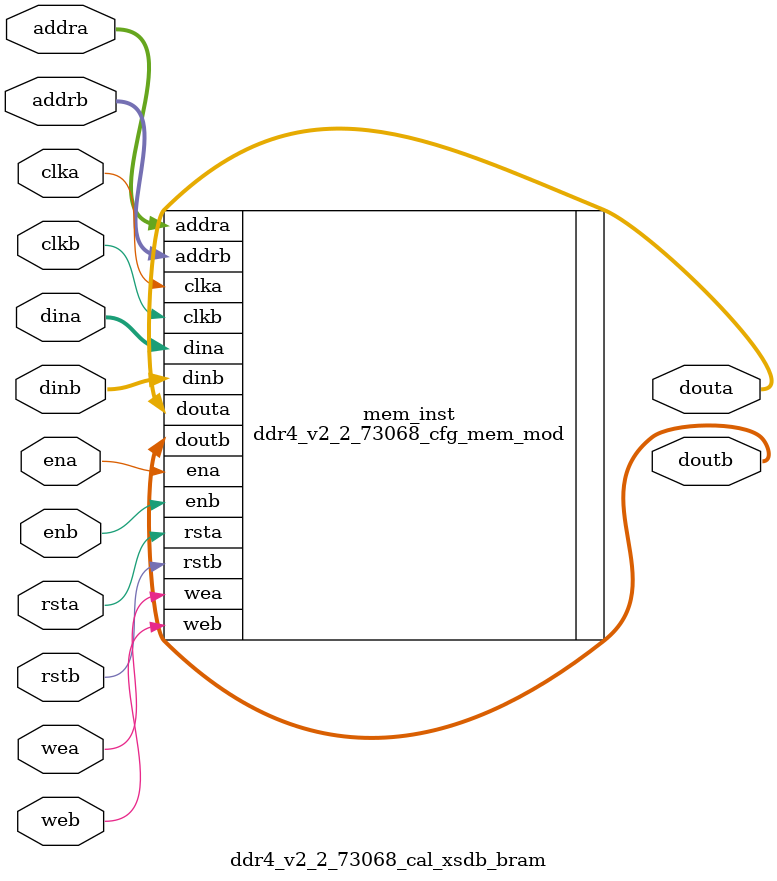
<source format=sv>
/******************************************************************************
// (c) Copyright 2013 - 2014 Xilinx, Inc. All rights reserved.
//
// This file contains confidential and proprietary information
// of Xilinx, Inc. and is protected under U.S. and
// international copyright and other intellectual property
// laws.
//
// DISCLAIMER
// This disclaimer is not a license and does not grant any
// rights to the materials distributed herewith. Except as
// otherwise provided in a valid license issued to you by
// Xilinx, and to the maximum extent permitted by applicable
// law: (1) THESE MATERIALS ARE MADE AVAILABLE "AS IS" AND
// WITH ALL FAULTS, AND XILINX HEREBY DISCLAIMS ALL WARRANTIES
// AND CONDITIONS, EXPRESS, IMPLIED, OR STATUTORY, INCLUDING
// BUT NOT LIMITED TO WARRANTIES OF MERCHANTABILITY, NON-
// INFRINGEMENT, OR FITNESS FOR ANY PARTICULAR PURPOSE; and
// (2) Xilinx shall not be liable (whether in contract or tort,
// including negligence, or under any other theory of
// liability) for any loss or damage of any kind or nature
// related to, arising under or in connection with these
// materials, including for any direct, or any indirect,
// special, incidental, or consequential loss or damage
// (including loss of data, profits, goodwill, or any type of
// loss or damage suffered as a result of any action brought
// by a third party) even if such damage or loss was
// reasonably foreseeable or Xilinx had been advised of the
// possibility of the same.
//
// CRITICAL APPLICATIONS
// Xilinx products are not designed or intended to be fail-
// safe, or for use in any application requiring fail-safe
// performance, such as life-support or safety devices or
// systems, Class III medical devices, nuclear facilities,
// applications related to the deployment of airbags, or any
// other applications that could lead to death, personal
// injury, or severe property or environmental damage
// (individually and collectively, "Critical
// Applications"). Customer assumes the sole risk and
// liability of any use of Xilinx products in Critical
// Applications, subject only to applicable laws and
// regulations governing limitations on product liability.
//
// THIS COPYRIGHT NOTICE AND DISCLAIMER MUST BE RETAINED AS
// PART OF THIS FILE AT ALL TIMES.
******************************************************************************/
//   ____  ____
//  /   /\/   /
// /___/  \  /    Vendor             : Xilinx
// \   \   \/     Version            : 2.0
//  \   \         Application        : MIG
//  /   /         Filename           : ddr4_v2_2_73068_cal_xsdb_bram.sv
// /___/   /\     Date Last Modified : $Date: 2015/04/23 $
// \   \  /  \    Date Created       : Tue May 13 2014
//  \___\/\___\
//
// Device           : UltraScale
// Design Name      : DDR4 SDRAM & DDR3 SDRAM
// Purpose          :
//                   ddr4_v2_2_73068_cal_xsdb_bram module
// Reference        :
// Revision History :
//*****************************************************************************
`timescale 1ns / 1ps

(* bram_map="yes" *)

module ddr4_v2_2_73068_cal_xsdb_bram
    #(	
    
		parameter       	  MEM                        	  =  "DDR4"
		,parameter       	  DBYTES                     	  =  8 //4
		,parameter            START_ADDRESS                   =  18
		,parameter  		  SPREAD_SHEET_VERSION            =  2
		,parameter            RTL_VERSION                     =  0
		,parameter            MEM_CODE                        =  0
		,parameter  		  MEMORY_TYPE                     =  (MEM == "DDR4") ? 2 : 1
		,parameter            MEMORY_CONFIGURATION            =  1
		,parameter            MEMORY_VOLTAGE                  =  1
        ,parameter            CLKFBOUT_MULT_PLL               =  4
        ,parameter            DIVCLK_DIVIDE_PLL               =  1
        ,parameter            CLKOUT0_DIVIDE_PLL              =  1
        ,parameter            CLKFBOUT_MULT_MMCM              =  4
        ,parameter            DIVCLK_DIVIDE_MMCM              =  1
        ,parameter            CLKOUT0_DIVIDE_MMCM             =  4
		,parameter  		  DQBITS	                      =  64
		,parameter			  NIBBLE                          =  DQBITS/4
		,parameter  		  BITS_PER_BYTE                   =  8 //DQBITS/DBYTES
		,parameter  		  SLOTS                   =  1
		,parameter  		  ABITS                           =  10
		,parameter  		  BABITS                          =  2
		,parameter       	  BGBITS              	          =  2
		,parameter       	  CKEBITS                  		  =  4
		,parameter       	  CSBITS             	          =  4
		,parameter       	  ODTBITS                    	  =  4
		,parameter       	  DRAM_WIDTH                 	  =  8      // # of DQ per DQS
		,parameter       	  RANKS                      	  =  4 // 1      //1, 2, 3, or 4
		,parameter            S_HEIGHT                        =  1
		,parameter       	  nCK_PER_CLK                	  =  1      // # of memory CKs per fabric CLK
        ,parameter            tCK                             =  2000		
		,parameter       	  DM_DBI_SETTING             	  =  7     //// 3bits requried all 7
		,parameter            BISC_EN                         =  0
		,parameter       	  USE_CS_PORT             	      =  1     //// 1 bit
		,parameter            EXTRA_CMD_DELAY                 =  0     //// 1 bit
		,parameter            REG_CTRL_ON                     =  0     // RDIMM register control
		,parameter            CA_MIRROR                       =  0     //// 1 bit
		,parameter       	  DQS_GATE                   	  =  7
		,parameter       	  WRLVL                      	  =  7
		,parameter       	  RDLVL                      	  =  7
		,parameter       	  RDLVL_DBI                       =  7
		,parameter       	  WR_DQS_DQ                  	  =  7
		,parameter       	  WR_DQS_DM_DBI                   =  7
		,parameter            WRITE_LAT                       =  7
		,parameter       	  RDLVL_COMPLEX                   =  3     ///2 bits required all 3
		,parameter       	  WR_DQS_COMPLEX                  =  3     ///2 bits required all 3
		,parameter       	  DQS_TRACKING               	  =  3
		,parameter       	  RD_VREF                    	  =  3
		,parameter       	  RD_VREF_PATTERN                 =  3
		,parameter       	  WR_VREF                    	  =  3
		,parameter       	  WR_VREF_PATTERN                 =  3
		,parameter       	  DQS_SAMPLE_CNT             	  =  127
		,parameter       	  WRLVL_SAMPLE_CNT           	  =  255
		,parameter       	  RDLVL_SAMPLE_CNT           	  =  127
		,parameter       	  COMPLEX_LOOP_CNT           	  =  255
		,parameter       	  IODELAY_QTR_CK_TAP_CNT     	  =  255
		,parameter       	  DEBUG_MESSAGES     	          =  0
		,parameter         	  MR0                     		  =  13'b0000000110000
		,parameter         	  MR1                     		  =  13'b0000100000001 //RTT_NOM=RZQ/4 (60 Ohm)
		,parameter         	  MR2                     		  =  13'b0000000011000
		,parameter         	  MR3                     		  =  13'b0000000000000
		,parameter         	  MR4                     		  =  13'b0000000000000
		,parameter         	  MR5                     		  =  13'b0010000000000
		,parameter         	  MR6                     		  =  13'b0100000000000
		,parameter            ODTWR                           = 16'h0000
		,parameter            ODTRD                           = 16'h0000
		,parameter            SLOT0_CONFIG                    = 0     // all 9 bits
		,parameter            SLOT1_CONFIG                    = 0     // all 9 bits
		,parameter            SLOT0_FUNC_CS                   = 0     // all 9 bits
		,parameter            SLOT1_FUNC_CS                   = 0     // all 9 bits
		,parameter            SLOT0_ODD_CS                    = 0     // all 9 bits
		,parameter            SLOT1_ODD_CS                    = 0     // all 9 bits
		,parameter            DDR4_REG_RC03                   = 0     // all 9 bits
		,parameter            DDR4_REG_RC04                   = 0     // all 9 bits
		,parameter            DDR4_REG_RC05                   = 0     // all 9 bits
		,parameter            DDR4_REG_RC3X                   = 0     // all 9 bits
		
		,parameter         	  MR0_0                   		  =  MR0[8:0]
		,parameter         	  MR0_1                   		  =  {5'b0,MR0[12:9]}
		,parameter         	  MR1_0                   		  =  MR1[8:0]
		,parameter         	  MR1_1                   		  =  {5'b0,MR1[12:9]}
		,parameter         	  MR2_0                   	 	  =  MR2[8:0]
		,parameter         	  MR2_1                   		  =  {5'b0,MR2[12:9]}
		,parameter         	  MR3_0                   		  =  MR3[8:0]
		,parameter         	  MR3_1                   		  =  {5'b0,MR3[12:9]}
		,parameter         	  MR4_0                   		  =  MR4[8:0]
		,parameter         	  MR4_1                   		  =  {5'b0,MR4[12:9]}
		,parameter         	  MR5_0                   		  =  MR5[8:0]
		,parameter         	  MR5_1                   		  =  {5'b0,MR5[12:9]}
		,parameter         	  MR6_0                   		  =  MR6[8:0]
		,parameter         	  MR6_1                   		  =  {5'b0,MR6[12:9]}
  
       ,parameter NUM_BRAMS    = 1
	   ,parameter SIZE         = 36 * 1024 * NUM_BRAMS
    // Specify INITs as 9 bit blocks (256 locations per blockRAM)
       ,parameter ADDR_WIDTH   = 16
	   ,parameter DATA_WIDTH   = 9
       ,parameter PIPELINE_REG = 1 
    )
  (
	
		clka,
		clkb,
		ena,
		enb,
		addra,
		addrb,
		dina,
		dinb,
		douta,
		doutb,
		wea,
		web,
		rsta,
		rstb
);
input clka;
input clkb;
input ena;
input enb;
input [ADDR_WIDTH-1:0]addra;
input [ADDR_WIDTH-1:0]addrb;
input [DATA_WIDTH-1:0]dina;
input [DATA_WIDTH-1:0]dinb;
input wea;
input web;
input rsta;
input rstb;
output reg [DATA_WIDTH-1:0]douta;
output reg [DATA_WIDTH-1:0]doutb;


// Initial values to the BlockRam 0
localparam [8:0] mem0_init_0 = {4'b0,START_ADDRESS[4:0]};
localparam [8:0] mem0_init_1 = 9'b0;
localparam [8:0] mem0_init_2 = 9'b0;
localparam [8:0] mem0_init_3 = {5'b0,SPREAD_SHEET_VERSION[3:0]};
localparam [8:0] mem0_init_4 = {6'b0,MEMORY_TYPE[2:0]};
localparam [8:0] mem0_init_5 = {7'b0,RANKS[1:0]};
localparam [8:0] mem0_init_6 = DBYTES[8:0]; // MAN - repeats DBYTES parameter (may hardwire to BYTES for initial SW compatability)
localparam [8:0] mem0_init_7 = NIBBLE[8:0];
localparam [8:0] mem0_init_8 = BITS_PER_BYTE[8:0];
localparam [8:0] mem0_init_9 = 9'b1;
localparam [8:0] mem0_init_10 = 9'b1;
localparam [8:0] mem0_init_11 = 9'b1;
localparam [8:0] mem0_init_12 = SLOTS;
localparam [8:0] mem0_init_13 = 9'b0;
localparam [8:0] mem0_init_14 = 9'b0;
localparam [8:0] mem0_init_15 = 9'b0;
localparam [8:0] mem0_init_16 = 9'b0;
localparam [8:0] mem0_init_17 = 9'b0;
localparam [8:0] mem0_init_18 = RTL_VERSION[8:0];
localparam [8:0] mem0_init_19 = 9'b0;
localparam [8:0] mem0_init_20 = NUM_BRAMS[8:0];
localparam [8:0] mem0_init_21 = {BGBITS[1:0],BABITS[1:0],ABITS[4:0]};
localparam [8:0] mem0_init_22 = {ODTBITS[2:0],CSBITS[2:0],CKEBITS[2:0]};
localparam [8:0] mem0_init_23 = DBYTES[8:0];
localparam [8:0] mem0_init_24 = DRAM_WIDTH[8:0];
localparam [8:0] mem0_init_25 = {CA_MIRROR[0],REG_CTRL_ON[0],EXTRA_CMD_DELAY[0],USE_CS_PORT[0],BISC_EN[0],DM_DBI_SETTING[2:0],nCK_PER_CLK[0]};
localparam [8:0] mem0_init_26 = {RDLVL[2:0],WRLVL[2:0],DQS_GATE[2:0]};
localparam [8:0] mem0_init_27 = {WR_DQS_DM_DBI[2:0],WR_DQS_DQ[2:0],RDLVL_DBI[2:0]};
localparam [8:0] mem0_init_28 = {WR_DQS_COMPLEX[2:0],RDLVL_COMPLEX[2:0],WRITE_LAT[2:0]};
localparam [8:0] mem0_init_29 = {DEBUG_MESSAGES[0],RD_VREF_PATTERN[1:0],WR_VREF_PATTERN[1:0],RD_VREF[1:0],WR_VREF[1:0]};
localparam [8:0] mem0_init_30 = {7'b0,DQS_TRACKING[1:0]};
localparam [8:0] mem0_init_31 = DQS_SAMPLE_CNT[8:0];
localparam [8:0] mem0_init_32 = WRLVL_SAMPLE_CNT[8:0];
localparam [8:0] mem0_init_33 = RDLVL_SAMPLE_CNT[8:0];
localparam [8:0] mem0_init_34 = COMPLEX_LOOP_CNT[8:0];
localparam [8:0] mem0_init_35 = IODELAY_QTR_CK_TAP_CNT[8:0];
localparam [8:0] mem0_init_36 = {5'b0,S_HEIGHT[3:0]};
localparam [8:0] mem0_init_37 = 9'b0;
localparam [8:0] mem0_init_38 = 9'b0;
localparam [8:0] mem0_init_39 = 9'b0;
localparam [8:0] mem0_init_40 = {1'b0, ODTWR[7:0]};
localparam [8:0] mem0_init_41 = {1'b0, ODTWR[15:8]};
localparam [8:0] mem0_init_42 = {1'b0, ODTRD[7:0]};
localparam [8:0] mem0_init_43 = {1'b0, ODTRD[15:8]};
localparam [8:0] mem0_init_44 = SLOT0_CONFIG;
localparam [8:0] mem0_init_45 = SLOT1_CONFIG;
localparam [8:0] mem0_init_46 = SLOT0_FUNC_CS;
localparam [8:0] mem0_init_47 = SLOT1_FUNC_CS;
localparam [8:0] mem0_init_48 = SLOT0_ODD_CS;
localparam [8:0] mem0_init_49 = SLOT1_ODD_CS;
localparam [8:0] mem0_init_50 = DDR4_REG_RC03;
localparam [8:0] mem0_init_51 = DDR4_REG_RC04;
localparam [8:0] mem0_init_52 = DDR4_REG_RC05;
localparam [8:0] mem0_init_53 = DDR4_REG_RC3X;
localparam [8:0] mem0_init_54 = MR0_0[8:0];
localparam [8:0] mem0_init_55 = MR0_1[8:0];
localparam [8:0] mem0_init_56 = MR1_0[8:0];
localparam [8:0] mem0_init_57 = MR1_1[8:0];
localparam [8:0] mem0_init_58 = MR2_0[8:0];
localparam [8:0] mem0_init_59 = MR2_1[8:0];
localparam [8:0] mem0_init_60 = MR3_0[8:0];
localparam [8:0] mem0_init_61 = MR3_1[8:0];
localparam [8:0] mem0_init_62 = MR4_0[8:0];
localparam [8:0] mem0_init_63 = MR4_1[8:0];
localparam [8:0] mem0_init_64 = MR5_0[8:0];
localparam [8:0] mem0_init_65 = MR5_1[8:0];
localparam [8:0] mem0_init_66 = MR6_0[8:0];
localparam [8:0] mem0_init_67 = MR6_1[8:0];
localparam [8:0] mem0_init_68 = 9'b0;
localparam [8:0] mem0_init_69 = tCK[8:0];
localparam [8:0] mem0_init_70 = tCK[16:9];
localparam [8:0] mem0_init_71 = MEMORY_CONFIGURATION[8:0];
localparam [8:0] mem0_init_72 = MEMORY_VOLTAGE[8:0];
localparam [8:0] mem0_init_73 = CLKFBOUT_MULT_PLL[8:0];
localparam [8:0] mem0_init_74 = DIVCLK_DIVIDE_PLL[8:0];
localparam [8:0] mem0_init_75 = CLKFBOUT_MULT_MMCM[8:0];
localparam [8:0] mem0_init_76 = DIVCLK_DIVIDE_MMCM[8:0];
localparam [8:0] mem0_init_77 = 9'b0;
localparam [8:0] mem0_init_78 = 9'b0;
localparam [8:0] mem0_init_79 = 9'b0;
localparam [8:0] mem0_init_80 = 9'b0;
localparam [8:0] mem0_init_81 = 9'b0;
localparam [8:0] mem0_init_82 = 9'b0;
localparam [8:0] mem0_init_83 = 9'b0;
localparam [8:0] mem0_init_84 = 9'b0;
localparam [8:0] mem0_init_85 = 9'b0;
localparam [8:0] mem0_init_86 = 9'b0;
localparam [8:0] mem0_init_87 = 9'b0;
localparam [8:0] mem0_init_88 = 9'b0;
localparam [8:0] mem0_init_89 = 9'b0;
localparam [8:0] mem0_init_90 = 9'b0;
localparam [8:0] mem0_init_91 = 9'b0;
localparam [8:0] mem0_init_92 = 9'b0;
localparam [8:0] mem0_init_93 = 9'b0;
localparam [8:0] mem0_init_94 = 9'b0;
localparam [8:0] mem0_init_95 = 9'b0;
localparam [8:0] mem0_init_96 = 9'b0;
localparam [8:0] mem0_init_97 = 9'b0;
localparam [8:0] mem0_init_98 = 9'b0;
localparam [8:0] mem0_init_99 = 9'b0;
localparam [8:0] mem0_init_100 = 9'b0;
localparam [8:0] mem0_init_101 = 9'b0;
localparam [8:0] mem0_init_102 = 9'b0;
localparam [8:0] mem0_init_103 = 9'b0;
localparam [8:0] mem0_init_104 = 9'b0;
localparam [8:0] mem0_init_105 = 9'b0;
localparam [8:0] mem0_init_106 = 9'b0;
localparam [8:0] mem0_init_107 = 9'b0;
localparam [8:0] mem0_init_108 = 9'b0;
localparam [8:0] mem0_init_109 = 9'b0;
localparam [8:0] mem0_init_110 = 9'b0;
localparam [8:0] mem0_init_111 = 9'b0;
localparam [8:0] mem0_init_112 = 9'b0;
localparam [8:0] mem0_init_113 = 9'b0;
localparam [8:0] mem0_init_114 = 9'b0;
localparam [8:0] mem0_init_115 = 9'b0;
localparam [8:0] mem0_init_116 = 9'b0;
localparam [8:0] mem0_init_117 = 9'b0;
localparam [8:0] mem0_init_118 = 9'b0;
localparam [8:0] mem0_init_119 = 9'b0;
localparam [8:0] mem0_init_120 = 9'b0;
localparam [8:0] mem0_init_121 = 9'b0;
localparam [8:0] mem0_init_122 = 9'b0;
localparam [8:0] mem0_init_123 = 9'b0;
localparam [8:0] mem0_init_124 = 9'b0;
localparam [8:0] mem0_init_125 = 9'b0;
localparam [8:0] mem0_init_126 = 9'b0;
localparam [8:0] mem0_init_127 = 9'b0;
localparam [8:0] mem0_init_128 = 9'b0;
localparam [8:0] mem0_init_129 = 9'b0;
localparam [8:0] mem0_init_130 = 9'b0;
localparam [8:0] mem0_init_131 = 9'b0;
localparam [8:0] mem0_init_132 = 9'b0;
localparam [8:0] mem0_init_133 = 9'b0;
localparam [8:0] mem0_init_134 = 9'b0;
localparam [8:0] mem0_init_135 = 9'b0;
localparam [8:0] mem0_init_136 = 9'b0;
localparam [8:0] mem0_init_137 = 9'b0;
localparam [8:0] mem0_init_138 = 9'b0;
localparam [8:0] mem0_init_139 = 9'b0;
localparam [8:0] mem0_init_140 = 9'b0;
localparam [8:0] mem0_init_141 = 9'b0;
localparam [8:0] mem0_init_142 = 9'b0;
localparam [8:0] mem0_init_143 = 9'b0;
localparam [8:0] mem0_init_144 = 9'b0;
localparam [8:0] mem0_init_145 = 9'b0;
localparam [8:0] mem0_init_146 = 9'b0;
localparam [8:0] mem0_init_147 = 9'b0;
localparam [8:0] mem0_init_148 = 9'b0;
localparam [8:0] mem0_init_149 = 9'b0;
localparam [8:0] mem0_init_150 = 9'b0;
localparam [8:0] mem0_init_151 = 9'b0;
localparam [8:0] mem0_init_152 = 9'b0;
localparam [8:0] mem0_init_153 = 9'b0;
localparam [8:0] mem0_init_154 = 9'b0;
localparam [8:0] mem0_init_155 = 9'b0;
localparam [8:0] mem0_init_156 = 9'b0;
localparam [8:0] mem0_init_157 = 9'b0;
localparam [8:0] mem0_init_158 = 9'b0;
localparam [8:0] mem0_init_159 = 9'b0;
localparam [8:0] mem0_init_160 = 9'b0;
localparam [8:0] mem0_init_161 = 9'b0;
localparam [8:0] mem0_init_162 = 9'b0;
localparam [8:0] mem0_init_163 = 9'b0;
localparam [8:0] mem0_init_164 = 9'b0;
localparam [8:0] mem0_init_165 = 9'b0;
localparam [8:0] mem0_init_166 = 9'b0;
localparam [8:0] mem0_init_167 = 9'b0;
localparam [8:0] mem0_init_168 = 9'b0;
localparam [8:0] mem0_init_169 = 9'b0;
localparam [8:0] mem0_init_170 = 9'b0;
localparam [8:0] mem0_init_171 = 9'b0;
localparam [8:0] mem0_init_172 = 9'b0;
localparam [8:0] mem0_init_173 = 9'b0;
localparam [8:0] mem0_init_174 = 9'b0;
localparam [8:0] mem0_init_175 = 9'b0;
localparam [8:0] mem0_init_176 = 9'b0;
localparam [8:0] mem0_init_177 = 9'b0;
localparam [8:0] mem0_init_178 = 9'b0;
localparam [8:0] mem0_init_179 = 9'b0;
localparam [8:0] mem0_init_180 = 9'b0;
localparam [8:0] mem0_init_181 = 9'b0;
localparam [8:0] mem0_init_182 = 9'b0;
localparam [8:0] mem0_init_183 = 9'b0;
localparam [8:0] mem0_init_184 = 9'b0;
localparam [8:0] mem0_init_185 = 9'b0;
localparam [8:0] mem0_init_186 = 9'b0;
localparam [8:0] mem0_init_187 = 9'b0;
localparam [8:0] mem0_init_188 = 9'b0;
localparam [8:0] mem0_init_189 = 9'b0;
localparam [8:0] mem0_init_190 = 9'b0;
localparam [8:0] mem0_init_191 = 9'b0;
localparam [8:0] mem0_init_192 = 9'b0;
localparam [8:0] mem0_init_193 = 9'b0;
localparam [8:0] mem0_init_194 = 9'b0;
localparam [8:0] mem0_init_195 = 9'b0;
localparam [8:0] mem0_init_196 = 9'b0;
localparam [8:0] mem0_init_197 = 9'b0;
localparam [8:0] mem0_init_198 = 9'b0;
localparam [8:0] mem0_init_199 = 9'b0;
localparam [8:0] mem0_init_200 = 9'b0;
localparam [8:0] mem0_init_201 = 9'b0;
localparam [8:0] mem0_init_202 = 9'b0;
localparam [8:0] mem0_init_203 = 9'b0;
localparam [8:0] mem0_init_204 = 9'b0;
localparam [8:0] mem0_init_205 = 9'b0;
localparam [8:0] mem0_init_206 = 9'b0;
localparam [8:0] mem0_init_207 = 9'b0;
localparam [8:0] mem0_init_208 = 9'b0;
localparam [8:0] mem0_init_209 = 9'b0;
localparam [8:0] mem0_init_210 = 9'b0;
localparam [8:0] mem0_init_211 = 9'b0;
localparam [8:0] mem0_init_212 = 9'b0;
localparam [8:0] mem0_init_213 = 9'b0;
localparam [8:0] mem0_init_214 = 9'b0;
localparam [8:0] mem0_init_215 = 9'b0;
localparam [8:0] mem0_init_216 = 9'b0;
localparam [8:0] mem0_init_217 = 9'b0;
localparam [8:0] mem0_init_218 = 9'b0;
localparam [8:0] mem0_init_219 = 9'b0;
localparam [8:0] mem0_init_220 = 9'b0;
localparam [8:0] mem0_init_221 = 9'b0;
localparam [8:0] mem0_init_222 = 9'b0;
localparam [8:0] mem0_init_223 = 9'b0;
localparam [8:0] mem0_init_224 = 9'b0;
localparam [8:0] mem0_init_225 = 9'b0;
localparam [8:0] mem0_init_226 = 9'b0;
localparam [8:0] mem0_init_227 = 9'b0;
localparam [8:0] mem0_init_228 = 9'b0;
localparam [8:0] mem0_init_229 = 9'b0;
localparam [8:0] mem0_init_230 = 9'b0;
localparam [8:0] mem0_init_231 = 9'b0;
localparam [8:0] mem0_init_232 = 9'b0;
localparam [8:0] mem0_init_233 = 9'b0;
localparam [8:0] mem0_init_234 = 9'b0;
localparam [8:0] mem0_init_235 = 9'b0;
localparam [8:0] mem0_init_236 = 9'b0;
localparam [8:0] mem0_init_237 = 9'b0;
localparam [8:0] mem0_init_238 = 9'b0;
localparam [8:0] mem0_init_239 = 9'b0;
localparam [8:0] mem0_init_240 = 9'b0;
localparam [8:0] mem0_init_241 = 9'b0;
localparam [8:0] mem0_init_242 = 9'b0;
localparam [8:0] mem0_init_243 = 9'b0;
localparam [8:0] mem0_init_244 = 9'b0;
localparam [8:0] mem0_init_245 = 9'b0;
localparam [8:0] mem0_init_246 = 9'b0;
localparam [8:0] mem0_init_247 = 9'b0;
localparam [8:0] mem0_init_248 = 9'b0;
localparam [8:0] mem0_init_249 = 9'b0;
localparam [8:0] mem0_init_250 = 9'b0;
localparam [8:0] mem0_init_251 = 9'b0;
localparam [8:0] mem0_init_252 = 9'b0;
localparam [8:0] mem0_init_253 = 9'b0;
localparam [8:0] mem0_init_254 = 9'b0;
localparam [8:0] mem0_init_255 = 9'b0;

localparam [256*9-1:0] INIT_BRAM0 = {mem0_init_255,mem0_init_254,mem0_init_253,mem0_init_252,mem0_init_251,mem0_init_250,mem0_init_249,mem0_init_248,mem0_init_247,mem0_init_246,mem0_init_245,mem0_init_244,mem0_init_243,mem0_init_242,mem0_init_241,mem0_init_240,mem0_init_239,mem0_init_238,mem0_init_237,mem0_init_236,mem0_init_235,mem0_init_234,mem0_init_233,mem0_init_232,mem0_init_231,mem0_init_230,mem0_init_229,mem0_init_228,mem0_init_227,mem0_init_226,mem0_init_225,mem0_init_224,mem0_init_223,mem0_init_222,mem0_init_221,mem0_init_220,mem0_init_219,mem0_init_218,mem0_init_217,mem0_init_216,mem0_init_215,mem0_init_214,mem0_init_213,mem0_init_212,mem0_init_211,mem0_init_210,mem0_init_209,mem0_init_208,mem0_init_207,mem0_init_206,mem0_init_205,mem0_init_204,mem0_init_203,mem0_init_202,mem0_init_201,mem0_init_200,mem0_init_199,mem0_init_198,mem0_init_197,mem0_init_196,mem0_init_195,mem0_init_194,mem0_init_193,mem0_init_192,mem0_init_191,mem0_init_190,mem0_init_189,mem0_init_188,mem0_init_187,mem0_init_186,mem0_init_185,mem0_init_184,mem0_init_183,mem0_init_182,mem0_init_181,mem0_init_180,mem0_init_179,mem0_init_178,mem0_init_177,mem0_init_176,mem0_init_175,mem0_init_174,mem0_init_173,mem0_init_172,mem0_init_171,mem0_init_170,mem0_init_169,mem0_init_168,mem0_init_167,mem0_init_166,mem0_init_165,mem0_init_164,mem0_init_163,mem0_init_162,mem0_init_161,mem0_init_160,mem0_init_159,mem0_init_158,mem0_init_157,mem0_init_156,mem0_init_155,mem0_init_154,mem0_init_153,mem0_init_152,mem0_init_151,mem0_init_150,mem0_init_149,mem0_init_148,mem0_init_147,mem0_init_146,mem0_init_145,mem0_init_144,mem0_init_143,mem0_init_142,mem0_init_141,mem0_init_140,mem0_init_139,mem0_init_138,mem0_init_137,mem0_init_136,mem0_init_135,mem0_init_134,mem0_init_133,mem0_init_132,mem0_init_131,mem0_init_130,mem0_init_129,mem0_init_128,mem0_init_127,mem0_init_126,mem0_init_125,mem0_init_124,mem0_init_123,mem0_init_122,mem0_init_121,mem0_init_120,mem0_init_119,mem0_init_118,mem0_init_117,mem0_init_116,mem0_init_115,mem0_init_114,mem0_init_113,mem0_init_112,mem0_init_111,mem0_init_110,mem0_init_109,mem0_init_108,mem0_init_107,mem0_init_106,mem0_init_105,mem0_init_104,mem0_init_103,mem0_init_102,mem0_init_101,mem0_init_100,mem0_init_99,mem0_init_98,mem0_init_97,mem0_init_96,mem0_init_95,mem0_init_94,mem0_init_93,mem0_init_92,mem0_init_91,mem0_init_90,mem0_init_89,mem0_init_88,mem0_init_87,mem0_init_86,mem0_init_85,mem0_init_84,mem0_init_83,mem0_init_82,mem0_init_81,mem0_init_80,mem0_init_79,mem0_init_78,mem0_init_77,mem0_init_76,mem0_init_75,mem0_init_74,mem0_init_73,mem0_init_72,mem0_init_71,mem0_init_70,mem0_init_69,mem0_init_68,mem0_init_67,mem0_init_66,mem0_init_65,mem0_init_64,mem0_init_63,mem0_init_62,mem0_init_61,mem0_init_60,mem0_init_59,mem0_init_58,mem0_init_57,mem0_init_56,mem0_init_55,mem0_init_54,mem0_init_53,mem0_init_52,mem0_init_51,mem0_init_50,mem0_init_49,mem0_init_48,mem0_init_47,mem0_init_46,mem0_init_45,mem0_init_44,mem0_init_43,mem0_init_42,mem0_init_41,mem0_init_40,mem0_init_39,mem0_init_38,mem0_init_37,mem0_init_36,mem0_init_35,mem0_init_34,mem0_init_33,mem0_init_32,mem0_init_31,mem0_init_30,mem0_init_29,mem0_init_28,mem0_init_27,mem0_init_26,mem0_init_25,mem0_init_24,mem0_init_23,mem0_init_22,mem0_init_21,mem0_init_20,mem0_init_19,mem0_init_18,mem0_init_17,mem0_init_16,mem0_init_15,mem0_init_14,mem0_init_13,mem0_init_12,mem0_init_11,mem0_init_10,mem0_init_9,mem0_init_8,mem0_init_7,mem0_init_6,mem0_init_5,mem0_init_4,mem0_init_3,mem0_init_2,mem0_init_1,mem0_init_0};

// Populate INIT's for rest of BlockRAMs if required
localparam [256*9*NUM_BRAMS-1:0] INIT = ( NUM_BRAMS == 1 ) ? INIT_BRAM0 : ( NUM_BRAMS == 2 ) ? {2304'b0 ,INIT_BRAM0} : {{2{2304'b0}} ,INIT_BRAM0};

ddr4_v2_2_73068_cfg_mem_mod # (
               .SIZE(SIZE),
               .INIT(INIT),
               .ADDR_WIDTH(ADDR_WIDTH),
               .DATA_WIDTH(9),
               .PIPELINE_REG(PIPELINE_REG)
              )
     mem_inst (
                .clka(clka),
                .clkb(clkb),
                .ena(ena),
                .enb(enb),
                .addra(addra),
                .addrb(addrb),
                .dina(dina),
                .dinb(dinb),
                .wea(wea),
                .web(web),
                .rsta(rsta),
                .rstb(rstb),
                .douta(douta),
                .doutb(doutb)
               );

endmodule


</source>
